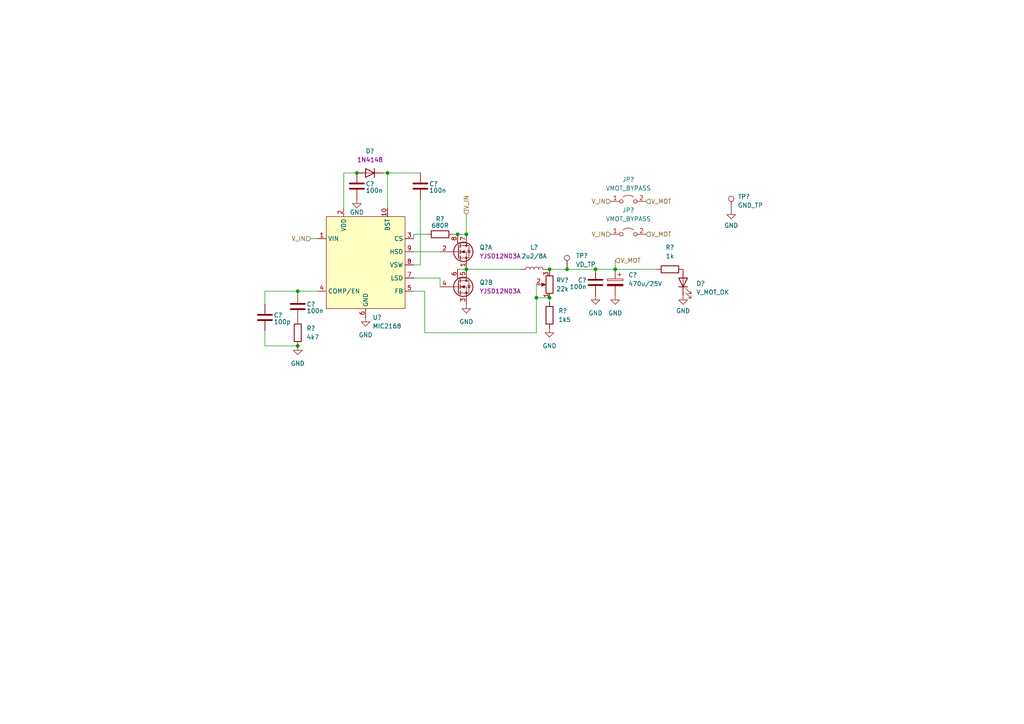
<source format=kicad_sch>
(kicad_sch (version 20230121) (generator eeschema)
  (paper "A4")
  (lib_symbols
    (symbol "Connector:TestPoint" (pin_numbers hide) (pin_names (offset 0.762) hide)
      (property "Reference" "TP" (at 0 6.858 0))
      (property "Value" "TestPoint" (at 0 5.08 0))
      (symbol "TestPoint_0_1"
        (circle (center 0 3.302) (radius 0.762))
      )
      (symbol "TestPoint_1_1"
        (pin passive line (at 0 0 90) (length 2.54) (name "1") (number "1"))
      )
    )
    (symbol "Device:C" (pin_numbers hide) (pin_names (offset 0.254))
      (property "Reference" "C" (at 0.635 2.54 0))
      (property "Value" "C" (at 0.635 -2.54 0))
      (symbol "C_0_1"
        (polyline (pts (xy -2.032 -0.762) (xy 2.032 -0.762)) (stroke (width 0.508)))
        (polyline (pts (xy -2.032 0.762) (xy 2.032 0.762)) (stroke (width 0.508)))
      )
      (symbol "C_1_1"
        (pin passive line (at 0 3.81 270) (length 2.794) (name "~") (number "1"))
        (pin passive line (at 0 -3.81 90) (length 2.794) (name "~") (number "2"))
      )
    )
    (symbol "Device:C_Polarized" (pin_numbers hide) (pin_names (offset 0.254))
      (property "Reference" "C" (at 0.635 2.54 0))
      (property "Value" "C_Polarized" (at 0.635 -2.54 0))
      (symbol "C_Polarized_0_1"
        (rectangle (start -2.286 0.508) (end 2.286 1.016))
        (polyline (pts (xy -1.778 2.286) (xy -0.762 2.286)))
        (polyline (pts (xy -1.27 2.794) (xy -1.27 1.778)))
        (rectangle (start 2.286 -0.508) (end -2.286 -1.016) (fill (type outline)))
      )
      (symbol "C_Polarized_1_1"
        (pin passive line (at 0 3.81 270) (length 2.794) (name "~") (number "1"))
        (pin passive line (at 0 -3.81 90) (length 2.794) (name "~") (number "2"))
      )
    )
    (symbol "Device:D" (pin_numbers hide) (pin_names (offset 1.016) hide)
      (property "Reference" "D" (at 0 2.54 0))
      (property "Value" "D" (at 0 -2.54 0))
      (symbol "D_0_1"
        (polyline (pts (xy -1.27 1.27) (xy -1.27 -1.27)) (stroke (width 0.254)))
        (polyline (pts (xy 1.27 0) (xy -1.27 0)))
        (polyline (pts (xy 1.27 1.27) (xy 1.27 -1.27) (xy -1.27 0) (xy 1.27 1.27)) (stroke (width 0.254)))
      )
      (symbol "D_1_1"
        (pin passive line (at -3.81 0 0) (length 2.54) (name "K") (number "1"))
        (pin passive line (at 3.81 0 180) (length 2.54) (name "A") (number "2"))
      )
    )
    (symbol "Device:L" (pin_numbers hide) (pin_names (offset 1.016) hide)
      (property "Reference" "L" (at -1.27 0 90))
      (property "Value" "L" (at 1.905 0 90))
      (symbol "L_0_1"
        (arc (start 0 -2.54) (mid 0.6323 -1.905) (end 0 -1.27))
        (arc (start 0 -1.27) (mid 0.6323 -0.635) (end 0 0))
        (arc (start 0 0) (mid 0.6323 0.635) (end 0 1.27))
        (arc (start 0 1.27) (mid 0.6323 1.905) (end 0 2.54))
      )
      (symbol "L_1_1"
        (pin passive line (at 0 3.81 270) (length 1.27) (name "1") (number "1"))
        (pin passive line (at 0 -3.81 90) (length 1.27) (name "2") (number "2"))
      )
    )
    (symbol "Device:LED" (pin_numbers hide) (pin_names (offset 1.016) hide)
      (property "Reference" "D" (at 0 2.54 0))
      (property "Value" "LED" (at 0 -2.54 0))
      (symbol "LED_0_1"
        (polyline (pts (xy -1.27 -1.27) (xy -1.27 1.27)) (stroke (width 0.254)))
        (polyline (pts (xy -1.27 0) (xy 1.27 0)))
        (polyline (pts (xy 1.27 -1.27) (xy 1.27 1.27) (xy -1.27 0) (xy 1.27 -1.27)) (stroke (width 0.254)))
        (polyline (pts (xy -3.048 -0.762) (xy -4.572 -2.286) (xy -3.81 -2.286) (xy -4.572 -2.286) (xy -4.572 -1.524)))
        (polyline (pts (xy -1.778 -0.762) (xy -3.302 -2.286) (xy -2.54 -2.286) (xy -3.302 -2.286) (xy -3.302 -1.524)))
      )
      (symbol "LED_1_1"
        (pin passive line (at -3.81 0 0) (length 2.54) (name "K") (number "1"))
        (pin passive line (at 3.81 0 180) (length 2.54) (name "A") (number "2"))
      )
    )
    (symbol "Device:R" (pin_numbers hide) (pin_names (offset 0))
      (property "Reference" "R" (at 2.032 0 90))
      (property "Value" "R" (at 0 0 90))
      (symbol "R_0_1"
        (rectangle (start -1.016 -2.54) (end 1.016 2.54) (stroke (width 0.254)))
      )
      (symbol "R_1_1"
        (pin passive line (at 0 3.81 270) (length 1.27) (name "~") (number "1"))
        (pin passive line (at 0 -3.81 90) (length 1.27) (name "~") (number "2"))
      )
    )
    (symbol "Device:R_Potentiometer" (pin_names (offset 1.016) hide)
      (property "Reference" "RV" (at -4.445 0 90))
      (property "Value" "R_Potentiometer" (at -2.54 0 90))
      (symbol "R_Potentiometer_0_1"
        (polyline (pts (xy 2.54 0) (xy 1.524 0)))
        (polyline (pts (xy 1.143 0) (xy 2.286 0.508) (xy 2.286 -0.508) (xy 1.143 0)) (fill (type outline)))
        (rectangle (start 1.016 2.54) (end -1.016 -2.54) (stroke (width 0.254)))
      )
      (symbol "R_Potentiometer_1_1"
        (pin passive line (at 0 3.81 270) (length 1.27) (name "1") (number "1"))
        (pin passive line (at 3.81 0 180) (length 1.27) (name "2") (number "2"))
        (pin passive line (at 0 -3.81 90) (length 1.27) (name "3") (number "3"))
      )
    )
    (symbol "Jumper:Jumper_2_Open" (pin_names (offset 0) hide)
      (property "Reference" "JP" (at 0 2.794 0))
      (property "Value" "Jumper_2_Open" (at 0 -2.286 0))
      (symbol "Jumper_2_Open_0_0"
        (circle (center -2.032 0) (radius 0.508))
        (circle (center 2.032 0) (radius 0.508))
      )
      (symbol "Jumper_2_Open_0_1"
        (arc (start 1.524 1.27) (mid 0 1.778) (end -1.524 1.27))
      )
      (symbol "Jumper_2_Open_1_1"
        (pin passive line (at -5.08 0 0) (length 2.54) (name "A") (number "1"))
        (pin passive line (at 5.08 0 180) (length 2.54) (name "B") (number "2"))
      )
    )
    (symbol "kicad-library:MIC2168"
      (property "Reference" "U?" (at 8.3694 -35.56 0))
      (property "Value" "MIC2168" (at 8.3694 -38.1 0))
      (symbol "MIC2168_0_1"
        (rectangle (start -5.08 -6.35) (end 17.78 -33.02) (fill (type background)))
      )
      (symbol "MIC2168_1_1"
        (pin power_in line (at -7.62 -12.7 0) (length 2.54) (name "VIN") (number "1"))
        (pin power_out line (at 12.7 -3.81 270) (length 2.54) (name "BST") (number "10"))
        (pin power_out line (at 0 -3.81 270) (length 2.54) (name "VDD") (number "2"))
        (pin input line (at 20.32 -12.7 180) (length 2.54) (name "CS") (number "3"))
        (pin input line (at -7.62 -27.94 0) (length 2.54) (name "COMP/EN") (number "4"))
        (pin input line (at 20.32 -27.94 180) (length 2.54) (name "FB") (number "5"))
        (pin power_out line (at 6.35 -35.56 90) (length 2.54) (name "GND") (number "6"))
        (pin output line (at 20.32 -24.13 180) (length 2.54) (name "LSD") (number "7"))
        (pin input line (at 20.32 -20.32 180) (length 2.54) (name "VSW") (number "8"))
        (pin output line (at 20.32 -16.51 180) (length 2.54) (name "HSD") (number "9"))
      )
    )
    (symbol "kicad-library:YJSD12N03A" (pin_names (offset 0) hide)
      (property "Reference" "Q" (at 5.08 1.27 0))
      (property "MPN" "YJSD12N03A" (at 0 0 0))
      (symbol "YJSD12N03A_0_1"
        (polyline (pts (xy 0.254 0) (xy -2.54 0)))
        (polyline (pts (xy 0.254 1.905) (xy 0.254 -1.905)) (stroke (width 0.254)))
        (polyline (pts (xy 0.762 -1.27) (xy 0.762 -2.286)) (stroke (width 0.254)))
        (polyline (pts (xy 0.762 0.508) (xy 0.762 -0.508)) (stroke (width 0.254)))
        (polyline (pts (xy 0.762 2.286) (xy 0.762 1.27)) (stroke (width 0.254)))
        (polyline (pts (xy 2.54 2.54) (xy 2.54 1.778)))
        (polyline (pts (xy 2.54 -2.54) (xy 2.54 0) (xy 0.762 0)))
        (polyline (pts (xy 0.762 -1.778) (xy 3.302 -1.778) (xy 3.302 1.778) (xy 0.762 1.778)))
        (polyline (pts (xy 1.016 0) (xy 2.032 0.381) (xy 2.032 -0.381) (xy 1.016 0)) (fill (type outline)))
        (polyline (pts (xy 2.794 0.508) (xy 2.921 0.381) (xy 3.683 0.381) (xy 3.81 0.254)))
        (polyline (pts (xy 3.302 0.381) (xy 2.921 -0.254) (xy 3.683 -0.254) (xy 3.302 0.381)))
        (circle (center 1.651 0) (radius 2.794) (stroke (width 0.254)))
        (circle (center 2.54 -1.778) (radius 0.254) (fill (type outline)))
        (circle (center 2.54 1.778) (radius 0.254) (fill (type outline)))
      )
      (symbol "YJSD12N03A_1_1"
        (polyline (pts (xy 0 2.54) (xy 2.54 2.54)))
        (pin passive line (at 2.54 -5.08 90) (length 2.54) (name "S1") (number "1"))
        (pin input line (at -5.08 0 0) (length 2.54) (name "G1") (number "2"))
        (pin passive line (at 2.54 5.08 270) (length 2.54) (name "D1") (number "7"))
        (pin passive line (at 0 5.08 270) (length 2.54) (name "D1") (number "8"))
      )
      (symbol "YJSD12N03A_2_1"
        (polyline (pts (xy 0 2.54) (xy 2.54 2.54)))
        (pin passive line (at 2.54 -5.08 90) (length 2.54) (name "S2") (number "3"))
        (pin input line (at -5.08 0 0) (length 2.54) (name "G2") (number "4"))
        (pin passive line (at 2.54 5.08 270) (length 2.54) (name "D2") (number "5"))
        (pin passive line (at 0 5.08 270) (length 2.54) (name "D2") (number "6"))
      )
    )
    (symbol "power:GND" (power) (pin_names (offset 0))
      (property "Value" "GND" (at 0 -3.81 0))
      (symbol "GND_0_1"
        (polyline (pts (xy 0 0) (xy 0 -1.27) (xy 1.27 -1.27) (xy 0 -2.54) (xy -1.27 -1.27) (xy 0 -1.27)))
      )
      (symbol "GND_1_1"
        (pin power_in line (at 0 0 270) (length 0) hide (name "GND") (number "1"))
      )
    )
  )
  (junction (at 135.255 78.105))
  (junction (at 103.505 50.165))
  (junction (at 155.575 86.36))
  (junction (at 164.465 78.105))
  (junction (at 112.395 50.165))
  (junction (at 159.385 78.105))
  (junction (at 135.255 67.945))
  (junction (at 172.72 78.105))
  (junction (at 159.385 86.36))
  (junction (at 86.36 100.33))
  (junction (at 86.36 84.455))
  (junction (at 132.715 67.945))
  (junction (at 178.435 78.105))
  (wire (pts (xy 90.17 69.215) (xy 92.075 69.215)))
  (wire (pts (xy 159.385 78.105) (xy 159.385 78.74)))
  (wire (pts (xy 178.435 78.105) (xy 190.5 78.105)))
  (wire (pts (xy 121.92 57.785) (xy 121.92 76.835)))
  (wire (pts (xy 132.715 67.945) (xy 135.255 67.945)))
  (wire (pts (xy 112.395 50.165) (xy 112.395 60.325)))
  (wire (pts (xy 112.395 50.165) (xy 121.92 50.165)))
  (wire (pts (xy 155.575 82.55) (xy 155.575 86.36)))
  (wire (pts (xy 159.385 86.36) (xy 159.385 87.63)))
  (wire (pts (xy 120.015 67.945) (xy 120.015 69.215)))
  (wire (pts (xy 120.015 73.025) (xy 127.635 73.025)))
  (wire (pts (xy 76.835 88.265) (xy 76.835 84.455)))
  (wire (pts (xy 155.575 86.36) (xy 159.385 86.36)))
  (wire (pts (xy 127.635 83.185) (xy 127.635 80.645)))
  (wire (pts (xy 92.075 84.455) (xy 86.36 84.455)))
  (wire (pts (xy 123.19 96.52) (xy 155.575 96.52)))
  (wire (pts (xy 99.695 60.325) (xy 99.695 50.165)))
  (wire (pts (xy 131.445 67.945) (xy 132.715 67.945)))
  (wire (pts (xy 76.835 84.455) (xy 86.36 84.455)))
  (wire (pts (xy 158.75 78.105) (xy 159.385 78.105)))
  (wire (pts (xy 135.255 62.23) (xy 135.255 67.945)))
  (wire (pts (xy 135.255 78.105) (xy 151.13 78.105)))
  (wire (pts (xy 111.125 50.165) (xy 112.395 50.165)))
  (wire (pts (xy 76.835 95.885) (xy 76.835 100.33)))
  (wire (pts (xy 132.715 78.105) (xy 135.255 78.105)))
  (wire (pts (xy 172.72 78.105) (xy 178.435 78.105)))
  (wire (pts (xy 121.92 76.835) (xy 120.015 76.835)))
  (wire (pts (xy 159.385 78.105) (xy 164.465 78.105)))
  (wire (pts (xy 76.835 100.33) (xy 86.36 100.33)))
  (wire (pts (xy 99.695 50.165) (xy 103.505 50.165)))
  (wire (pts (xy 178.435 75.565) (xy 178.435 78.105)))
  (wire (pts (xy 123.825 67.945) (xy 120.015 67.945)))
  (wire (pts (xy 123.19 84.455) (xy 120.015 84.455)))
  (wire (pts (xy 86.36 84.455) (xy 86.36 85.09)))
  (wire (pts (xy 164.465 78.105) (xy 172.72 78.105)))
  (wire (pts (xy 123.19 84.455) (xy 123.19 96.52)))
  (wire (pts (xy 127.635 80.645) (xy 120.015 80.645)))
  (wire (pts (xy 155.575 96.52) (xy 155.575 86.36)))
  (hierarchical_label "V_IN" (shape input) (at 177.165 67.945 180))
  (hierarchical_label "V_IN" (shape input) (at 135.255 62.23 90))
  (hierarchical_label "V_IN" (shape input) (at 90.17 69.215 180))
  (hierarchical_label "V_IN" (shape input) (at 177.165 58.42 180))
  (hierarchical_label "V_MOT" (shape input) (at 187.325 58.42 0))
  (hierarchical_label "V_MOT" (shape input) (at 187.325 67.945 0))
  (hierarchical_label "V_MOT" (shape input) (at 178.435 75.565 0))
  (symbol (lib_id "Device:D") (at 107.315 50.165 180) (unit 1)
    (property "Reference" "D?" (at 107.315 43.815 0))
    (property "Value" "D" (effects hide))
    (property "Footprint" "Diode_SMD:D_1206_3216Metric" (effects hide))
    (property "Datasheet" "https://www.vishay.com/docs/81857/1n4148.pdf" (effects hide))
    (property "MPN" "1N4148" (at 107.315 46.355 0))
    (instances (project "Robot_Controller_PCB" (path "" (reference "D?") (unit 1))) (project "Scout_Robot_Motor_Driver" (path "" (reference "D1") (unit 1)) (path "" (reference "D1") (unit 1))) (project "Scout_Robot_Controller" (path "" (reference "D7") (unit 1))))
  )
  (symbol (lib_id "Device:C") (at 86.36 88.9 0) (unit 1)
    (property "Reference" "C?" (at 88.9 88.265 0) (effects (justify left)))
    (property "Value" "100n" (at 88.9 90.17 0) (effects (justify left)))
    (property "Footprint" "Capacitor_SMD:C_0805_2012Metric" (effects hide))
    (instances (project "Robot_Controller_PCB" (path "" (reference "C?") (unit 1))) (project "Scout_Robot_Motor_Driver" (path "" (reference "C2") (unit 1)) (path "" (reference "C2") (unit 1))) (project "Scout_Robot_Controller" (path "" (reference "C14") (unit 1))))
  )
  (symbol (lib_id "power:GND") (at 159.385 95.25 0) (unit 1)
    (property "Reference" "#PWR?" (effects hide))
    (property "Value" "GND" (at 159.385 100.33 0))
    (instances (project "Robot_Controller_PCB" (path "" (reference "#PWR?") (unit 1))) (project "Scout_Robot_Motor_Driver" (path "" (reference "#PWR05") (unit 1)) (path "" (reference "#PWR05") (unit 1))) (project "Scout_Robot_Controller" (path "" (reference "#PWR0110") (unit 1))))
  )
  (symbol (lib_id "kicad-library:YJSD12N03A") (at 132.715 83.185 0) (unit 2)
    (property "Reference" "Q?" (at 139.065 81.9149 0) (effects (justify left)))
    (property "Value" "YJSD12N03A" (effects hide))
    (property "Footprint" "Package_SO:SOIC-8_3.9x4.9mm_P1.27mm" (effects hide))
    (property "Datasheet" "https://www.tme.eu/Document/786d60e22b517677ac40b580e83fbbde/YJSD12N03A.pdf" (effects hide))
    (property "MPN" "YJSD12N03A" (at 139.065 84.4549 0) (effects (justify left)))
    (instances (project "Robot_Controller_PCB" (path "" (reference "Q?") (unit 2))) (project "Scout_Robot_Motor_Driver" (path "" (reference "Q1") (unit 2)) (path "" (reference "Q1") (unit 2))) (project "Scout_Robot_Controller" (path "" (reference "Q6") (unit 2))))
  )
  (symbol (lib_id "power:GND") (at 178.435 85.725 0) (unit 1)
    (property "Reference" "#PWR?" (effects hide))
    (property "Value" "GND" (at 178.435 90.805 0))
    (instances (project "Robot_Controller_PCB" (path "" (reference "#PWR?") (unit 1))) (project "Scout_Robot_Motor_Driver" (path "" (reference "#PWR07") (unit 1)) (path "" (reference "#PWR07") (unit 1))) (project "Scout_Robot_Controller" (path "" (reference "#PWR0113") (unit 1))))
  )
  (symbol (lib_id "Device:R") (at 194.31 78.105 90) (unit 1)
    (property "Reference" "R?" (at 194.31 71.755 90))
    (property "Value" "1k" (at 194.31 74.295 90))
    (property "Footprint" "Resistor_SMD:R_0805_2012Metric" (effects hide))
    (instances (project "Robot_Controller_PCB" (path "" (reference "R?") (unit 1))) (project "Scout_Robot_Motor_Driver" (path "" (reference "R4") (unit 1)) (path "" (reference "R4") (unit 1))) (project "Scout_Robot_Controller" (path "" (reference "R48") (unit 1))))
  )
  (symbol (lib_id "Device:R_Potentiometer") (at 159.385 82.55 180) (unit 1)
    (property "Reference" "RV?" (at 161.29 81.2799 0) (effects (justify right)))
    (property "Value" "22k" (at 161.29 83.8199 0) (effects (justify right)))
    (property "Footprint" "Potentiometer_THT:Potentiometer_Bourns_3296W_Vertical" (effects hide))
    (instances (project "Robot_Controller_PCB" (path "" (reference "RV?") (unit 1))) (project "Scout_Robot_Motor_Driver" (path "" (reference "RV1") (unit 1)) (path "" (reference "RV1") (unit 1))) (project "Scout_Robot_Controller" (path "" (reference "RV3") (unit 1))))
  )
  (symbol (lib_id "Jumper:Jumper_2_Open") (at 182.245 67.945 0) (unit 1)
    (property "Reference" "JP?" (at 182.245 60.96 0))
    (property "Value" "VMOT_BYPASS" (at 182.245 63.5 0))
    (property "Footprint" "Jumper:SolderJumper-2_P1.3mm_Open_RoundedPad1.0x1.5mm" (effects hide))
    (instances (project "Robot_Controller_PCB" (path "" (reference "JP?") (unit 1))) (project "Scout_Robot_Motor_Driver" (path "" (reference "JP2") (unit 1)) (path "" (reference "JP2") (unit 1))) (project "Scout_Robot_Controller" (path "" (reference "JP14") (unit 1))))
  )
  (symbol (lib_id "Device:R") (at 86.36 96.52 180) (unit 1)
    (property "Reference" "R?" (at 88.9 95.2499 0) (effects (justify right)))
    (property "Value" "4k7" (at 88.9 97.7899 0) (effects (justify right)))
    (property "Footprint" "Resistor_SMD:R_0805_2012Metric" (effects hide))
    (instances (project "Robot_Controller_PCB" (path "" (reference "R?") (unit 1))) (project "Scout_Robot_Motor_Driver" (path "" (reference "R1") (unit 1)) (path "" (reference "R1") (unit 1))) (project "Scout_Robot_Controller" (path "" (reference "R42") (unit 1))))
  )
  (symbol (lib_id "power:GND") (at 86.36 100.33 0) (unit 1)
    (property "Reference" "#PWR?" (effects hide))
    (property "Value" "GND" (at 86.36 105.41 0))
    (instances (project "Robot_Controller_PCB" (path "" (reference "#PWR?") (unit 1))) (project "Scout_Robot_Motor_Driver" (path "" (reference "#PWR01") (unit 1)) (path "" (reference "#PWR01") (unit 1))) (project "Scout_Robot_Controller" (path "" (reference "#PWR0101") (unit 1))))
  )
  (symbol (lib_id "kicad-library:YJSD12N03A") (at 132.715 73.025 0) (unit 1)
    (property "Reference" "Q?" (at 139.065 71.7549 0) (effects (justify left)))
    (property "Value" "YJSD12N03A" (effects hide))
    (property "Footprint" "Package_SO:SOIC-8_3.9x4.9mm_P1.27mm" (effects hide))
    (property "Datasheet" "https://www.tme.eu/Document/786d60e22b517677ac40b580e83fbbde/YJSD12N03A.pdf" (effects hide))
    (property "MPN" "YJSD12N03A" (at 139.065 74.2949 0) (effects (justify left)))
    (instances (project "Robot_Controller_PCB" (path "" (reference "Q?") (unit 1))) (project "Scout_Robot_Motor_Driver" (path "" (reference "Q1") (unit 1)) (path "" (reference "Q1") (unit 1))) (project "Scout_Robot_Controller" (path "" (reference "Q6") (unit 1))))
  )
  (symbol (lib_id "power:GND") (at 172.72 85.725 0) (unit 1)
    (property "Reference" "#PWR?" (effects hide))
    (property "Value" "GND" (at 172.72 90.805 0))
    (instances (project "Robot_Controller_PCB" (path "" (reference "#PWR?") (unit 1))) (project "Scout_Robot_Motor_Driver" (path "" (reference "#PWR06") (unit 1)) (path "" (reference "#PWR06") (unit 1))) (project "Scout_Robot_Controller" (path "" (reference "#PWR0111") (unit 1))))
  )
  (symbol (lib_id "Device:L") (at 154.94 78.105 90) (unit 1)
    (property "Reference" "L?" (at 154.94 71.755 90))
    (property "Value" "2u2/8A" (at 154.94 74.295 90))
    (property "Footprint" "Inductor_SMD:L_Abracon_ASPI-0630LR" (effects hide))
    (instances (project "Robot_Controller_PCB" (path "" (reference "L?") (unit 1))) (project "Scout_Robot_Motor_Driver" (path "" (reference "L1") (unit 1)) (path "" (reference "L1") (unit 1))) (project "Scout_Robot_Controller" (path "" (reference "L3") (unit 1))))
  )
  (symbol (lib_id "Connector:TestPoint") (at 212.09 60.96 0) (unit 1)
    (property "Reference" "TP?" (at 213.995 57.023 0) (effects (justify left)))
    (property "Value" "GND_TP" (at 213.995 59.563 0) (effects (justify left)))
    (property "Footprint" "TestPoint:TestPoint_Pad_D2.0mm" (effects hide))
    (instances (project "Robot_Controller_PCB" (path "" (reference "TP?") (unit 1))) (project "Scout_Robot_Motor_Driver" (path "" (reference "TP2") (unit 1)) (path "" (reference "TP2") (unit 1))) (project "Scout_Robot_Controller" (path "" (reference "TP?") (unit 1)) (path "" (reference "TP20") (unit 1))))
  )
  (symbol (lib_id "power:GND") (at 103.505 57.785 0) (unit 1)
    (property "Reference" "#PWR?" (effects hide))
    (property "Value" "GND" (at 103.505 61.595 0))
    (instances (project "Robot_Controller_PCB" (path "" (reference "#PWR?") (unit 1))) (project "Scout_Robot_Motor_Driver" (path "" (reference "#PWR02") (unit 1)) (path "" (reference "#PWR02") (unit 1))) (project "Scout_Robot_Controller" (path "" (reference "#PWR0104") (unit 1))))
  )
  (symbol (lib_id "Device:LED") (at 198.12 81.915 90) (unit 1)
    (property "Reference" "D?" (at 201.93 82.2324 90) (effects (justify right)))
    (property "Value" "V_MOT_OK" (at 201.93 84.7724 90) (effects (justify right)))
    (property "Footprint" "LED_SMD:LED_0805_2012Metric" (effects hide))
    (instances (project "Robot_Controller_PCB" (path "" (reference "D?") (unit 1))) (project "Scout_Robot_Motor_Driver" (path "" (reference "D2") (unit 1)) (path "" (reference "D2") (unit 1))) (project "Scout_Robot_Controller" (path "" (reference "D9") (unit 1))))
  )
  (symbol (lib_id "Jumper:Jumper_2_Open") (at 182.245 58.42 0) (unit 1)
    (property "Reference" "JP?" (at 182.245 52.07 0))
    (property "Value" "VMOT_BYPASS" (at 182.245 54.61 0))
    (property "Footprint" "Jumper:SolderJumper-2_P1.3mm_Open_RoundedPad1.0x1.5mm" (effects hide))
    (instances (project "Robot_Controller_PCB" (path "" (reference "JP?") (unit 1))) (project "Scout_Robot_Motor_Driver" (path "" (reference "JP1") (unit 1)) (path "" (reference "JP1") (unit 1))) (project "Scout_Robot_Controller" (path "" (reference "JP13") (unit 1))))
  )
  (symbol (lib_id "power:GND") (at 135.255 88.265 0) (unit 1)
    (property "Reference" "#PWR?" (effects hide))
    (property "Value" "GND" (at 135.255 93.345 0))
    (instances (project "Robot_Controller_PCB" (path "" (reference "#PWR?") (unit 1))) (project "Scout_Robot_Motor_Driver" (path "" (reference "#PWR04") (unit 1)) (path "" (reference "#PWR04") (unit 1))) (project "Scout_Robot_Controller" (path "" (reference "#PWR0107") (unit 1))))
  )
  (symbol (lib_id "power:GND") (at 106.045 92.075 0) (unit 1)
    (property "Reference" "#PWR?" (effects hide))
    (property "Value" "GND" (at 106.045 97.155 0))
    (instances (project "Robot_Controller_PCB" (path "" (reference "#PWR?") (unit 1))) (project "Scout_Robot_Motor_Driver" (path "" (reference "#PWR03") (unit 1)) (path "" (reference "#PWR03") (unit 1))) (project "Scout_Robot_Controller" (path "" (reference "#PWR0105") (unit 1))))
  )
  (symbol (lib_id "power:GND") (at 198.12 85.725 0) (unit 1)
    (property "Reference" "#PWR?" (effects hide))
    (property "Value" "GND" (at 198.12 90.17 0))
    (instances (project "Robot_Controller_PCB" (path "" (reference "#PWR?") (unit 1))) (project "Scout_Robot_Motor_Driver" (path "" (reference "#PWR08") (unit 1)) (path "" (reference "#PWR08") (unit 1))) (project "Scout_Robot_Controller" (path "" (reference "#PWR0115") (unit 1))))
  )
  (symbol (lib_id "power:GND") (at 212.09 60.96 0) (unit 1)
    (property "Reference" "#PWR?" (effects hide))
    (property "Value" "GND" (at 212.09 65.405 0))
    (instances (project "Robot_Controller_PCB" (path "" (reference "#PWR?") (unit 1))) (project "Scout_Robot_Motor_Driver" (path "" (reference "#PWR09") (unit 1)) (path "" (reference "#PWR09") (unit 1))) (project "Scout_Robot_Controller" (path "" (reference "#PWR0116") (unit 1))))
  )
  (symbol (lib_id "Device:C_Polarized") (at 178.435 81.915 0) (mirror y) (unit 1)
    (property "Reference" "C?" (at 182.245 79.7559 0) (effects (justify right)))
    (property "Value" "470u/25V" (at 182.245 82.2959 0) (effects (justify right)))
    (property "Footprint" "Capacitor_THT:CP_Radial_D10.0mm_P5.00mm" (effects hide))
    (instances (project "Robot_Controller_PCB" (path "" (reference "C?") (unit 1))) (project "Scout_Robot_Motor_Driver" (path "" (reference "C6") (unit 1)) (path "" (reference "C6") (unit 1))) (project "Scout_Robot_Controller" (path "" (reference "C23") (unit 1))))
  )
  (symbol (lib_id "Connector:TestPoint") (at 164.465 78.105 0) (unit 1)
    (property "Reference" "TP?" (at 167.005 74.168 0) (effects (justify left)))
    (property "Value" "VD_TP" (at 167.005 76.708 0) (effects (justify left)))
    (property "Footprint" "TestPoint:TestPoint_Pad_D2.0mm" (effects hide))
    (instances (project "Robot_Controller_PCB" (path "" (reference "TP?") (unit 1))) (project "Scout_Robot_Motor_Driver" (path "" (reference "TP1") (unit 1)) (path "" (reference "TP1") (unit 1))) (project "Scout_Robot_Controller" (path "" (reference "TP?") (unit 1)) (path "" (reference "TP19") (unit 1))))
  )
  (symbol (lib_id "Device:C") (at 172.72 81.915 0) (mirror y) (unit 1)
    (property "Reference" "C?" (at 170.18 81.28 0) (effects (justify left)))
    (property "Value" "100n" (at 170.18 83.185 0) (effects (justify left)))
    (property "Footprint" "Capacitor_SMD:C_0805_2012Metric" (effects hide))
    (instances (project "Robot_Controller_PCB" (path "" (reference "C?") (unit 1))) (project "Scout_Robot_Motor_Driver" (path "" (reference "C5") (unit 1)) (path "" (reference "C5") (unit 1))) (project "Scout_Robot_Controller" (path "" (reference "C21") (unit 1))))
  )
  (symbol (lib_id "Device:R") (at 127.635 67.945 90) (unit 1)
    (property "Reference" "R?" (at 127.635 63.5 90))
    (property "Value" "680R" (at 127.635 65.405 90))
    (property "Footprint" "Resistor_SMD:R_0805_2012Metric" (effects hide))
    (instances (project "Robot_Controller_PCB" (path "" (reference "R?") (unit 1))) (project "Scout_Robot_Motor_Driver" (path "" (reference "R2") (unit 1)) (path "" (reference "R2") (unit 1))) (project "Scout_Robot_Controller" (path "" (reference "R43") (unit 1))))
  )
  (symbol (lib_id "Device:C") (at 103.505 53.975 0) (unit 1)
    (property "Reference" "C?" (at 106.045 53.34 0) (effects (justify left)))
    (property "Value" "100n" (at 106.045 55.245 0) (effects (justify left)))
    (property "Footprint" "Capacitor_SMD:C_0805_2012Metric" (effects hide))
    (instances (project "Robot_Controller_PCB" (path "" (reference "C?") (unit 1))) (project "Scout_Robot_Motor_Driver" (path "" (reference "C3") (unit 1)) (path "" (reference "C3") (unit 1))) (project "Scout_Robot_Controller" (path "" (reference "C17") (unit 1))))
  )
  (symbol (lib_id "Device:C") (at 76.835 92.075 0) (unit 1)
    (property "Reference" "C?" (at 79.375 91.44 0) (effects (justify left)))
    (property "Value" "100p" (at 79.375 93.345 0) (effects (justify left)))
    (property "Footprint" "Capacitor_SMD:C_0805_2012Metric" (effects hide))
    (instances (project "Robot_Controller_PCB" (path "" (reference "C?") (unit 1))) (project "Scout_Robot_Motor_Driver" (path "" (reference "C1") (unit 1)) (path "" (reference "C1") (unit 1))) (project "Scout_Robot_Controller" (path "" (reference "C13") (unit 1))))
  )
  (symbol (lib_id "Device:C") (at 121.92 53.975 0) (unit 1)
    (property "Reference" "C?" (at 124.46 53.34 0) (effects (justify left)))
    (property "Value" "100n" (at 124.46 55.245 0) (effects (justify left)))
    (property "Footprint" "Capacitor_SMD:C_0805_2012Metric" (effects hide))
    (instances (project "Robot_Controller_PCB" (path "" (reference "C?") (unit 1))) (project "Scout_Robot_Motor_Driver" (path "" (reference "C4") (unit 1)) (path "" (reference "C4") (unit 1))) (project "Scout_Robot_Controller" (path "" (reference "C18") (unit 1))))
  )
  (symbol (lib_id "Device:R") (at 159.385 91.44 0) (unit 1)
    (property "Reference" "R?" (at 161.925 90.1699 0) (effects (justify left)))
    (property "Value" "1k5" (at 161.925 92.7099 0) (effects (justify left)))
    (property "Footprint" "Resistor_SMD:R_1206_3216Metric" (effects hide))
    (instances (project "Robot_Controller_PCB" (path "" (reference "R?") (unit 1))) (project "Scout_Robot_Motor_Driver" (path "" (reference "R3") (unit 1)) (path "" (reference "R3") (unit 1))) (project "Scout_Robot_Controller" (path "" (reference "R46") (unit 1))))
  )
  (symbol (lib_id "kicad-library:MIC2168") (at 99.695 56.515 0) (unit 1)
    (property "Reference" "U?" (at 108.0644 92.075 0) (effects (justify left)))
    (property "Value" "MIC2168" (at 108.0644 94.615 0) (effects (justify left)))
    (property "Footprint" "Package_SO:MSOP-10_3x3mm_P0.5mm" (effects hide))
    (property "Datasheet" "https://www.tme.eu/Document/94dea265b623b996dcd5d37cc724b564/mic2168.pdf" (effects hide))
    (instances (project "Robot_Controller_PCB" (path "" (reference "U?") (unit 1))) (project "Scout_Robot_Motor_Driver" (path "" (reference "U1") (unit 1)) (path "" (reference "U1") (unit 1))) (project "Scout_Robot_Controller" (path "" (reference "U5") (unit 1))))
  )
)
</source>
